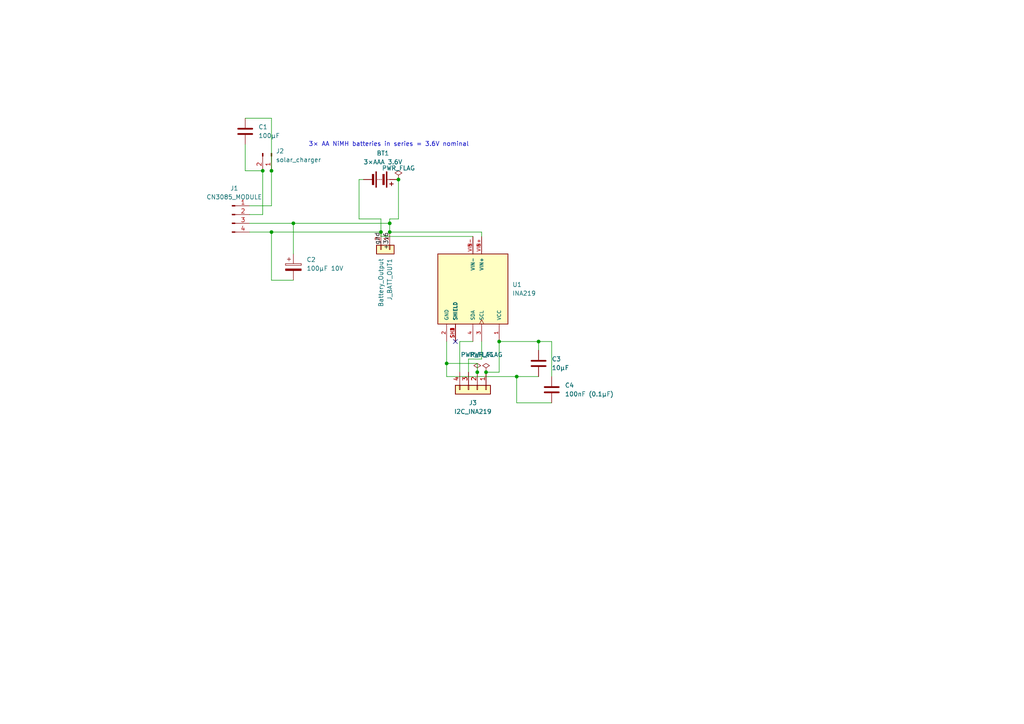
<source format=kicad_sch>
(kicad_sch (version 20250114) (generator "eeschema") (generator_version "9.0")
  (paper "A4")
  (lib_symbols
    (symbol "Connector:Conn_01x02_Pin" (pin_names (offset 1.016) (hide yes))
      (property "Reference" "J" (at 0 2.54 0))
      (property "Value" "Conn_01x02_Pin" (at 0 -5.08 0))
      (symbol "Conn_01x02_Pin_1_1"
        (rectangle (start 0.8636 0.127) (end 0 -0.127) (stroke (width 0.1524)) (fill (type outline)))
        (rectangle (start 0.8636 -2.413) (end 0 -2.667) (stroke (width 0.1524)) (fill (type outline)))
        (polyline (pts (xy 1.27 0) (xy 0.8636 0)) (stroke (width 0.1524)))
        (polyline (pts (xy 1.27 -2.54) (xy 0.8636 -2.54)) (stroke (width 0.1524)))
        (pin passive line (at 5.08 0 180) (length 3.81) (name "Pin_1") (number "1"))
        (pin passive line (at 5.08 -2.54 180) (length 3.81) (name "Pin_2") (number "2"))
      )
    )
    (symbol "Connector:Conn_01x04_Pin" (pin_names (offset 1.016) (hide yes))
      (property "Reference" "J" (at 0 5.08 0))
      (property "Value" "Conn_01x04_Pin" (at 0 -7.62 0))
      (symbol "Conn_01x04_Pin_1_1"
        (rectangle (start 0.8636 2.667) (end 0 2.413) (stroke (width 0.1524)) (fill (type outline)))
        (rectangle (start 0.8636 0.127) (end 0 -0.127) (stroke (width 0.1524)) (fill (type outline)))
        (rectangle (start 0.8636 -2.413) (end 0 -2.667) (stroke (width 0.1524)) (fill (type outline)))
        (rectangle (start 0.8636 -4.953) (end 0 -5.207) (stroke (width 0.1524)) (fill (type outline)))
        (polyline (pts (xy 1.27 2.54) (xy 0.8636 2.54)) (stroke (width 0.1524)))
        (polyline (pts (xy 1.27 0) (xy 0.8636 0)) (stroke (width 0.1524)))
        (polyline (pts (xy 1.27 -2.54) (xy 0.8636 -2.54)) (stroke (width 0.1524)))
        (polyline (pts (xy 1.27 -5.08) (xy 0.8636 -5.08)) (stroke (width 0.1524)))
        (pin passive line (at 5.08 2.54 180) (length 3.81) (name "Pin_1") (number "1"))
        (pin passive line (at 5.08 0 180) (length 3.81) (name "Pin_2") (number "2"))
        (pin passive line (at 5.08 -2.54 180) (length 3.81) (name "Pin_3") (number "3"))
        (pin passive line (at 5.08 -5.08 180) (length 3.81) (name "Pin_4") (number "4"))
      )
    )
    (symbol "Connector_Generic:Conn_01x02" (pin_names (offset 1.016) (hide yes))
      (property "Reference" "J" (at 0 2.54 0))
      (property "Value" "Conn_01x02" (at 0 -5.08 0))
      (symbol "Conn_01x02_1_1"
        (rectangle (start -1.27 1.27) (end 1.27 -3.81) (stroke (width 0.254)) (fill (type background)))
        (rectangle (start -1.27 0.127) (end 0 -0.127) (stroke (width 0.1524)))
        (rectangle (start -1.27 -2.413) (end 0 -2.667) (stroke (width 0.1524)))
        (pin passive line (at -5.08 0 0) (length 3.81) (name "Pin_1") (number "1"))
        (pin passive line (at -5.08 -2.54 0) (length 3.81) (name "Pin_2") (number "2"))
      )
    )
    (symbol "Connector_Generic:Conn_01x04" (pin_names (offset 1.016) (hide yes))
      (property "Reference" "J" (at 0 5.08 0))
      (property "Value" "Conn_01x04" (at 0 -7.62 0))
      (symbol "Conn_01x04_1_1"
        (rectangle (start -1.27 3.81) (end 1.27 -6.35) (stroke (width 0.254)) (fill (type background)))
        (rectangle (start -1.27 2.667) (end 0 2.413) (stroke (width 0.1524)))
        (rectangle (start -1.27 0.127) (end 0 -0.127) (stroke (width 0.1524)))
        (rectangle (start -1.27 -2.413) (end 0 -2.667) (stroke (width 0.1524)))
        (rectangle (start -1.27 -4.953) (end 0 -5.207) (stroke (width 0.1524)))
        (pin passive line (at -5.08 2.54 0) (length 3.81) (name "Pin_1") (number "1"))
        (pin passive line (at -5.08 0 0) (length 3.81) (name "Pin_2") (number "2"))
        (pin passive line (at -5.08 -2.54 0) (length 3.81) (name "Pin_3") (number "3"))
        (pin passive line (at -5.08 -5.08 0) (length 3.81) (name "Pin_4") (number "4"))
      )
    )
    (symbol "Device:Battery" (pin_numbers (hide yes)) (pin_names (offset 0) (hide yes))
      (property "Reference" "BT" (at 2.54 2.54 0))
      (property "Value" "Battery" (at 2.54 0 0))
      (symbol "Battery_0_1"
        (rectangle (start -2.286 1.778) (end 2.286 1.524) (fill (type outline)))
        (rectangle (start -2.286 -1.27) (end 2.286 -1.524) (fill (type outline)))
        (rectangle (start -1.524 1.016) (end 1.524 0.508) (fill (type outline)))
        (rectangle (start -1.524 -2.032) (end 1.524 -2.54) (fill (type outline)))
        (polyline (pts (xy 0 1.778) (xy 0 2.54)))
        (polyline (pts (xy 0 0) (xy 0 0.254)))
        (polyline (pts (xy 0 -0.508) (xy 0 -0.254)))
        (polyline (pts (xy 0 -1.016) (xy 0 -0.762)))
        (polyline (pts (xy 0.762 3.048) (xy 1.778 3.048)) (stroke (width 0.254)))
        (polyline (pts (xy 1.27 3.556) (xy 1.27 2.54)) (stroke (width 0.254)))
      )
      (symbol "Battery_1_1"
        (pin passive line (at 0 5.08 270) (length 2.54) (name "+") (number "1"))
        (pin passive line (at 0 -5.08 90) (length 2.54) (name "-") (number "2"))
      )
    )
    (symbol "Device:C" (pin_numbers (hide yes)) (pin_names (offset 0.254))
      (property "Reference" "C" (at 0.635 2.54 0))
      (property "Value" "C" (at 0.635 -2.54 0))
      (symbol "C_0_1"
        (polyline (pts (xy -2.032 0.762) (xy 2.032 0.762)) (stroke (width 0.508)))
        (polyline (pts (xy -2.032 -0.762) (xy 2.032 -0.762)) (stroke (width 0.508)))
      )
      (symbol "C_1_1"
        (pin passive line (at 0 3.81 270) (length 2.794) (name "~") (number "1"))
        (pin passive line (at 0 -3.81 90) (length 2.794) (name "~") (number "2"))
      )
    )
    (symbol "Device:C_Polarized" (pin_numbers (hide yes)) (pin_names (offset 0.254))
      (property "Reference" "C" (at 0.635 2.54 0))
      (property "Value" "C_Polarized" (at 0.635 -2.54 0))
      (symbol "C_Polarized_0_1"
        (rectangle (start -2.286 0.508) (end 2.286 1.016))
        (polyline (pts (xy -1.778 2.286) (xy -0.762 2.286)))
        (polyline (pts (xy -1.27 2.794) (xy -1.27 1.778)))
        (rectangle (start 2.286 -0.508) (end -2.286 -1.016) (fill (type outline)))
      )
      (symbol "C_Polarized_1_1"
        (pin passive line (at 0 3.81 270) (length 2.794) (name "~") (number "1"))
        (pin passive line (at 0 -3.81 90) (length 2.794) (name "~") (number "2"))
      )
    )
    (symbol "INA219:INA219" (pin_names (offset 1.016))
      (property "Reference" "U" (at -10.16 10.922 0))
      (property "Value" "INA219" (at -10.16 -12.7 0))
      (symbol "INA219_0_0"
        (rectangle (start -10.16 -10.16) (end 10.16 10.16) (stroke (width 0.254)) (fill (type background)))
        (pin input line (at -15.24 2.54 0) (length 5.08) (name "VIN+") (number "6"))
        (pin input line (at -15.24 2.54 0) (length 5.08) (name "VIN+") (number "VIN+"))
        (pin input line (at -15.24 0 0) (length 5.08) (name "VIN-") (number "5"))
        (pin input line (at -15.24 0 0) (length 5.08) (name "VIN-") (number "VIN-"))
        (pin power_in line (at 15.24 7.62 180) (length 5.08) (name "VCC") (number "1"))
        (pin input clock (at 15.24 2.54 180) (length 5.08) (name "SCL") (number "3"))
        (pin bidirectional line (at 15.24 0 180) (length 5.08) (name "SDA") (number "4"))
        (pin passive line (at 15.24 -5.08 180) (length 5.08) (name "SHIELD") (number "SH1"))
        (pin passive line (at 15.24 -5.08 180) (length 5.08) (name "SHIELD") (number "SH2"))
        (pin passive line (at 15.24 -5.08 180) (length 5.08) (name "SHIELD") (number "SH3"))
        (pin passive line (at 15.24 -5.08 180) (length 5.08) (name "SHIELD") (number "SH4"))
        (pin power_in line (at 15.24 -7.62 180) (length 5.08) (name "GND") (number "2"))
      )
    )
    (symbol "power:PWR_FLAG" (power) (pin_numbers (hide yes)) (pin_names (offset 0) (hide yes))
      (property "Value" "PWR_FLAG" (at 0 3.81 0))
      (symbol "PWR_FLAG_0_0"
        (pin power_out line (at 0 0 90) (length 0) (name "~") (number "1"))
      )
      (symbol "PWR_FLAG_0_1"
        (polyline (pts (xy 0 0) (xy 0 1.27) (xy -1.016 1.905) (xy 0 2.54) (xy 1.016 1.905) (xy 0 1.27)))
      )
    )
  )
  (text "3× AA NiMH batteries in series = 3.6V nominal" (at 112.776 41.91 0) (effects (font (size 1.27 1.27))))
  (junction (at 113.03 64.77))
  (junction (at 138.43 107.95))
  (junction (at 144.78 99.06))
  (junction (at 78.74 67.31))
  (junction (at 129.54 105.41))
  (junction (at 140.97 107.95))
  (junction (at 78.74 49.53))
  (junction (at 156.21 99.06))
  (junction (at 113.03 67.31))
  (junction (at 85.09 64.77))
  (junction (at 115.57 52.07))
  (junction (at 110.49 67.31))
  (junction (at 76.2 49.53))
  (junction (at 149.86 109.22))
  (no_connect (at 132.08 99.06))
  (wire (pts (xy 139.7 68.58) (xy 139.7 67.31)))
  (wire (pts (xy 113.03 63.5) (xy 113.03 64.77)))
  (wire (pts (xy 76.2 49.53) (xy 76.2 62.23)))
  (wire (pts (xy 76.2 62.23) (xy 72.39 62.23)))
  (wire (pts (xy 140.97 107.95) (xy 144.78 107.95)))
  (wire (pts (xy 110.49 63.5) (xy 110.49 67.31)))
  (wire (pts (xy 156.21 101.6) (xy 156.21 99.06)))
  (wire (pts (xy 71.12 41.91) (xy 71.12 49.53)))
  (wire (pts (xy 72.39 67.31) (xy 78.74 67.31)))
  (wire (pts (xy 139.7 67.31) (xy 113.03 67.31)))
  (wire (pts (xy 138.43 105.41) (xy 129.54 105.41)))
  (wire (pts (xy 139.7 104.14) (xy 139.7 99.06)))
  (wire (pts (xy 149.86 109.22) (xy 129.54 109.22)))
  (wire (pts (xy 78.74 49.53) (xy 78.74 59.69)))
  (wire (pts (xy 156.21 109.22) (xy 149.86 109.22)))
  (wire (pts (xy 133.35 107.95) (xy 133.35 99.06)))
  (wire (pts (xy 135.89 107.95) (xy 135.89 104.14)))
  (wire (pts (xy 156.21 99.06) (xy 144.78 99.06)))
  (wire (pts (xy 129.54 105.41) (xy 129.54 99.06)))
  (wire (pts (xy 85.09 81.28) (xy 78.74 81.28)))
  (wire (pts (xy 71.12 49.53) (xy 76.2 49.53)))
  (wire (pts (xy 144.78 107.95) (xy 144.78 99.06)))
  (wire (pts (xy 149.86 116.84) (xy 149.86 109.22)))
  (wire (pts (xy 138.43 107.95) (xy 138.43 105.41)))
  (wire (pts (xy 115.57 63.5) (xy 113.03 63.5)))
  (wire (pts (xy 160.02 109.22) (xy 160.02 99.06)))
  (wire (pts (xy 104.14 52.07) (xy 104.14 63.5)))
  (wire (pts (xy 110.49 68.58) (xy 110.49 67.31)))
  (wire (pts (xy 78.74 67.31) (xy 110.49 67.31)))
  (wire (pts (xy 137.16 68.58) (xy 110.49 68.58)))
  (wire (pts (xy 78.74 34.29) (xy 78.74 49.53)))
  (wire (pts (xy 78.74 59.69) (xy 72.39 59.69)))
  (wire (pts (xy 160.02 99.06) (xy 156.21 99.06)))
  (wire (pts (xy 85.09 73.66) (xy 85.09 64.77)))
  (wire (pts (xy 71.12 34.29) (xy 78.74 34.29)))
  (wire (pts (xy 115.57 52.07) (xy 115.57 63.5)))
  (wire (pts (xy 78.74 81.28) (xy 78.74 67.31)))
  (wire (pts (xy 85.09 64.77) (xy 113.03 64.77)))
  (wire (pts (xy 133.35 99.06) (xy 137.16 99.06)))
  (wire (pts (xy 160.02 116.84) (xy 149.86 116.84)))
  (wire (pts (xy 129.54 109.22) (xy 129.54 105.41)))
  (wire (pts (xy 135.89 104.14) (xy 139.7 104.14)))
  (wire (pts (xy 105.41 52.07) (xy 104.14 52.07)))
  (wire (pts (xy 104.14 63.5) (xy 110.49 63.5)))
  (wire (pts (xy 72.39 64.77) (xy 85.09 64.77)))
  (wire (pts (xy 113.03 64.77) (xy 113.03 67.31)))
  (label "+3v6" (at 113.03 67.31 270))
  (label "gnd" (at 110.49 67.31 270))
  (symbol (lib_id "Connector_Generic:Conn_01x02") (at 113.03 72.39 270) (unit 1)
    (property "Reference" "J_BATT_OUT1" (at 113.0301 74.93 0) (effects (justify left)))
    (property "Value" "Battery_Output" (at 110.4901 74.93 0) (effects (justify left)))
    (property "Footprint" "Connector_JST:JST_XH_B2B-XH-A_1x02_P2.50mm_Vertical" (effects (hide yes)))
    (property "Description" "Generic connector, single row, 01x02, script generated (kicad-library-utils/schlib/autogen/connector/)" (effects (hide yes)))
  )
  (symbol (lib_id "Connector:Conn_01x04_Pin") (at 67.31 62.23 0) (unit 1)
    (property "Reference" "J1" (at 67.945 54.61 0))
    (property "Value" "CN3085_MODULE" (at 67.945 57.15 0))
    (property "Footprint" "CN3085:cn3085_module" (effects (hide yes)))
    (property "Description" "Generic connector, single row, 01x04, script generated" (effects (hide yes)))
  )
  (symbol (lib_id "Device:C") (at 71.12 38.1 0) (unit 1)
    (property "Reference" "C1" (at 74.93 36.8299 0) (effects (justify left)))
    (property "Value" "100µF" (at 74.93 39.3699 0) (effects (justify left)))
    (property "Footprint" "Capacitor_THT:CP_Radial_D6.3mm_P2.50mm" (effects (hide yes)))
    (property "Description" "Unpolarized capacitor" (effects (hide yes)))
  )
  (symbol (lib_id "Device:C") (at 156.21 105.41 0) (unit 1)
    (property "Reference" "C3" (at 160.02 104.1399 0) (effects (justify left)))
    (property "Value" "10µF" (at 160.02 106.6799 0) (effects (justify left)))
    (property "Footprint" "Capacitor_THT:C_Disc_D4.7mm_W2.5mm_P5.00mm" (effects (hide yes)))
    (property "Description" "Unpolarized capacitor" (effects (hide yes)))
  )
  (symbol (lib_id "power:PWR_FLAG") (at 140.97 107.95 0) (unit 1)
    (property "Reference" "#FLG02" (effects (hide yes)))
    (property "Value" "PWR_FLAG" (at 140.97 102.87 0))
    (property "Description" "Special symbol for telling ERC where power comes from" (effects (hide yes)))
  )
  (symbol (lib_id "Connector_Generic:Conn_01x04") (at 138.43 113.03 270) (unit 1)
    (property "Reference" "J3" (at 137.16 116.84 90))
    (property "Value" "I2C_INA219" (at 137.16 119.38 90))
    (property "Footprint" "Connector_JST:JST_XH_B4B-XH-AM_1x04_P2.50mm_Vertical" (effects (hide yes)))
    (property "Description" "Generic connector, single row, 01x04, script generated (kicad-library-utils/schlib/autogen/connector/)" (effects (hide yes)))
  )
  (symbol (lib_id "Device:Battery") (at 110.49 52.07 270) (unit 1)
    (property "Reference" "BT1" (at 111.0615 44.45 90))
    (property "Value" "3×AAA 3.6V" (at 111.0615 46.99 90))
    (property "Footprint" "Battery:BatteryHolder_Keystone_2479_3xAAA" (effects (hide yes)))
    (property "Description" "Multiple-cell battery" (effects (hide yes)))
  )
  (symbol (lib_id "power:PWR_FLAG") (at 138.43 107.95 0) (unit 1)
    (property "Reference" "#FLG03" (effects (hide yes)))
    (property "Value" "PWR_FLAG" (at 138.43 102.87 0))
    (property "Description" "Special symbol for telling ERC where power comes from" (effects (hide yes)))
  )
  (symbol (lib_id "power:PWR_FLAG") (at 115.57 52.07 0) (unit 1)
    (property "Reference" "#FLG01" (effects (hide yes)))
    (property "Value" "PWR_FLAG" (at 115.57 48.768 0))
    (property "Description" "Special symbol for telling ERC where power comes from" (effects (hide yes)))
  )
  (symbol (lib_id "Device:C") (at 160.02 113.03 0) (unit 1)
    (property "Reference" "C4" (at 163.83 111.7599 0) (effects (justify left)))
    (property "Value" "100nF (0.1µF)" (at 163.83 114.2999 0) (effects (justify left)))
    (property "Footprint" "Capacitor_THT:C_Disc_D4.7mm_W2.5mm_P5.00mm" (effects (hide yes)))
    (property "Description" "Unpolarized capacitor" (effects (hide yes)))
  )
  (symbol (lib_id "Device:C_Polarized") (at 85.09 77.47 0) (unit 1)
    (property "Reference" "C2" (at 88.9 75.3109 0) (effects (justify left)))
    (property "Value" "100µF 10V" (at 88.9 77.8509 0) (effects (justify left)))
    (property "Footprint" "Capacitor_THT:CP_Radial_D6.3mm_P2.50mm" (effects (hide yes)))
    (property "Description" "Polarized capacitor" (effects (hide yes)))
  )
  (symbol (lib_id "Connector:Conn_01x02_Pin") (at 78.74 44.45 270) (unit 1)
    (property "Reference" "J2" (at 80.01 43.8149 90) (effects (justify left)))
    (property "Value" "solar_charger" (at 80.01 46.3549 90) (effects (justify left)))
    (property "Footprint" "Connector_JST:JST_XH_B2B-XH-AM_1x02_P2.50mm_Vertical" (effects (hide yes)))
    (property "Description" "Generic connector, single row, 01x02, script generated" (effects (hide yes)))
  )
  (symbol (lib_id "INA219:INA219") (at 137.16 83.82 270) (unit 1)
    (property "Reference" "U1" (at 148.59 82.5499 90) (effects (justify left)))
    (property "Value" "INA219" (at 148.59 85.0899 90) (effects (justify left)))
    (property "Footprint" "INA219:MODULE_INA219" (effects (hide yes)))
    (property "MF" "Texas Instruments" (effects (hide yes)))
    (property "Description_1" "Ina191 Low Supply, Voltage Output, Low Side Or High Side Measurement, Zero Drift Series, Current Shunt Monitor" (effects (hide yes)))
    (property "CREATOR" "ANA" (effects (hide yes)))
    (property "Price" "None" (effects (hide yes)))
    (property "Package" "None" (effects (hide yes)))
    (property "Check_prices" "https://www.snapeda.com/parts/INA219/Texas+Instruments/view-part/?ref=eda" (effects (hide yes)))
    (property "STANDARD" "Manufacturer Recommendations" (effects (hide yes)))
    (property "PARTREV" "C" (effects (hide yes)))
    (property "SnapEDA_Link" "https://www.snapeda.com/parts/INA219/Texas+Instruments/view-part/?ref=snap" (effects (hide yes)))
    (property "MP" "INA219" (effects (hide yes)))
    (property "MANUFACTURER" "Adafruit Industries LLC" (effects (hide yes)))
    (property "Availability" "Not in stock" (effects (hide yes)))
    (property "SNAPEDA_PN" "INA219 High Side DC Current Sensor Breakout - 26V ±3.2A Max - STEMMA QT" (effects (hide yes)))
  )
)
</source>
